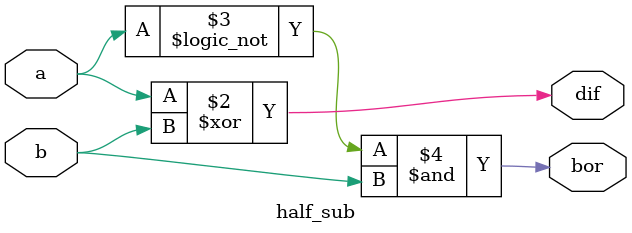
<source format=v>
module half_sub(a,b,dif,bor);
  input a,b;
 // output dif,bor;
  output reg dif,bor;
  //assign dif=a^b;
 // assign bor=!a&b;
  always @(*)
    begin
        dif <= a^b;
        bor <= !a&b;
    end
endmodule

</source>
